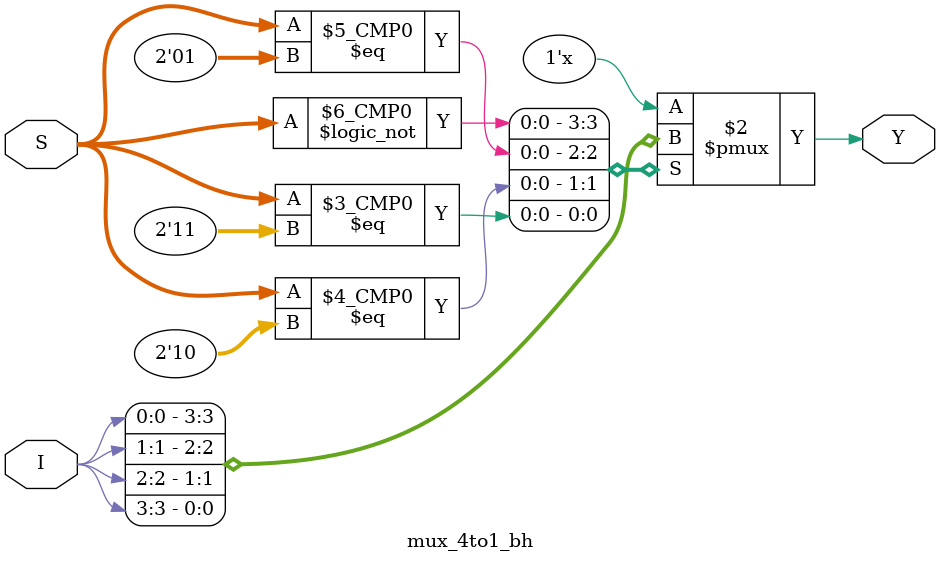
<source format=v>
module mux_4to1_bh(Y,I,S); //Behavial style used typically when boolean expression is NOT known

input [3:0]I; //four bit input
input [1:0]S; //two selector bit

output reg Y; //one output

always@(*) //always when any input changes, hence the *
        case(S) //Here we use a case statement to select the bit of I using the decimal value of S. Note: this does not give "priority" to any of the selections.
            2'd0: Y = I[0];
            2'd1: Y = I[1];
            2'd2: Y = I[2];
            2'd3: Y = I[3];
            default:$display("FOUR TO ONE MUX ERROR"); //this error can tell us in simulation where the problem is.
        endcase
endmodule
</source>
